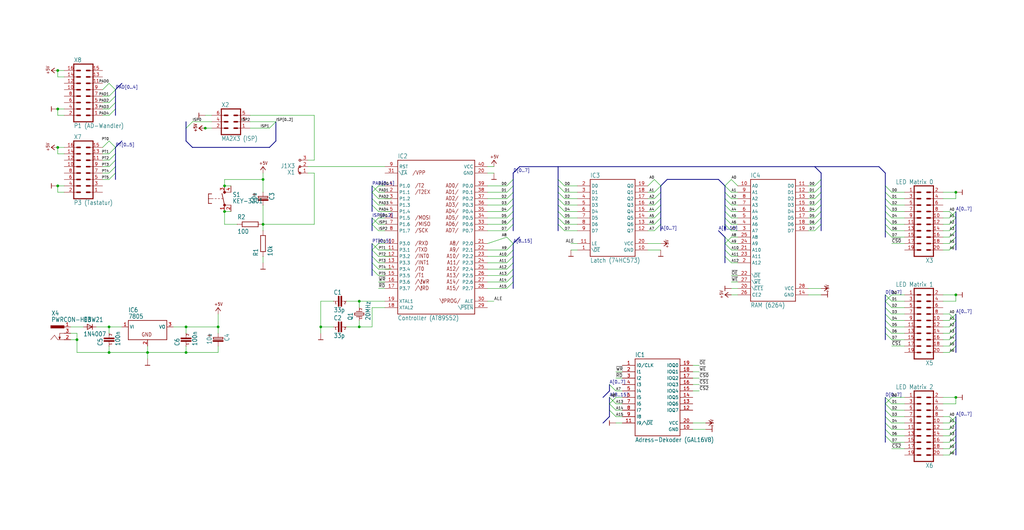
<source format=kicad_sch>
(kicad_sch (version 20211123) (generator eeschema)
  (paper "User" 405.46 210.007)
  (junction (at 43.18 139.7))
  (junction (at 73.66 129.54))
  (junction (at 81.28 50.8))
  (junction (at 142.24 119.38))
  (junction (at 22.86 43.18))
  (junction (at 22.86 58.42))
  (junction (at 30.48 134.62))
  (junction (at 378.46 116.84))
  (junction (at 142.24 129.54))
  (junction (at 378.46 76.2))
  (junction (at 22.86 73.66))
  (junction (at 88.9 83.82))
  (junction (at 86.36 129.54))
  (junction (at 43.18 129.54))
  (junction (at 58.42 139.7))
  (junction (at 104.14 71.12))
  (junction (at 378.46 157.48))
  (junction (at 104.14 88.9))
  (junction (at 22.86 27.94))
  (junction (at 127 129.54))
  (junction (at 73.66 139.7))
  (junction (at 88.9 73.66))
  (bus_entry (at 223.52 88.9) (size -2.54 -2.54))
  (bus_entry (at 259.08 91.44) (size 2.54 -2.54))
  (bus_entry (at 375.92 88.9) (size 2.54 -2.54))
  (bus_entry (at 223.52 78.74) (size -2.54 -2.54))
  (bus_entry (at 353.06 86.36) (size -2.54 -2.54))
  (bus_entry (at 353.06 78.74) (size -2.54 -2.54))
  (bus_entry (at 43.18 40.64) (size 2.54 -2.54))
  (bus_entry (at 243.84 162.56) (size -2.54 -2.54))
  (bus_entry (at 43.18 55.88) (size 2.54 2.54))
  (bus_entry (at 243.84 157.48) (size -2.54 2.54))
  (bus_entry (at 289.56 78.74) (size -2.54 -2.54))
  (bus_entry (at 259.08 86.36) (size 2.54 -2.54))
  (bus_entry (at 353.06 162.56) (size -2.54 -2.54))
  (bus_entry (at 353.06 116.84) (size -2.54 2.54))
  (bus_entry (at 200.66 114.3) (size 2.54 -2.54))
  (bus_entry (at 200.66 86.36) (size 2.54 -2.54))
  (bus_entry (at 243.84 165.1) (size -2.54 -2.54))
  (bus_entry (at 200.66 88.9) (size 2.54 -2.54))
  (bus_entry (at 375.92 99.06) (size 2.54 -2.54))
  (bus_entry (at 223.52 81.28) (size -2.54 -2.54))
  (bus_entry (at 200.66 81.28) (size 2.54 -2.54))
  (bus_entry (at 353.06 91.44) (size -2.54 -2.54))
  (bus_entry (at 259.08 78.74) (size 2.54 -2.54))
  (bus_entry (at 375.92 165.1) (size 2.54 2.54))
  (bus_entry (at 353.06 127) (size -2.54 -2.54))
  (bus_entry (at 375.92 124.46) (size 2.54 2.54))
  (bus_entry (at 76.2 48.26) (size -2.54 2.54))
  (bus_entry (at 223.52 76.2) (size -2.54 -2.54))
  (bus_entry (at 322.58 81.28) (size 2.54 -2.54))
  (bus_entry (at 43.18 43.18) (size 2.54 -2.54))
  (bus_entry (at 322.58 83.82) (size 2.54 -2.54))
  (bus_entry (at 223.52 91.44) (size -2.54 -2.54))
  (bus_entry (at 149.86 83.82) (size -2.54 -2.54))
  (bus_entry (at 259.08 71.12) (size 2.54 2.54))
  (bus_entry (at 322.58 88.9) (size 2.54 -2.54))
  (bus_entry (at 375.92 177.8) (size 2.54 -2.54))
  (bus_entry (at 289.56 86.36) (size -2.54 -2.54))
  (bus_entry (at 200.66 78.74) (size 2.54 -2.54))
  (bus_entry (at 149.86 81.28) (size -2.54 -2.54))
  (bus_entry (at 43.18 71.12) (size 2.54 -2.54))
  (bus_entry (at 322.58 73.66) (size 2.54 -2.54))
  (bus_entry (at 375.92 86.36) (size 2.54 -2.54))
  (bus_entry (at 149.86 99.06) (size -2.54 -2.54))
  (bus_entry (at 149.86 73.66) (size -2.54 2.54))
  (bus_entry (at 200.66 111.76) (size 2.54 -2.54))
  (bus_entry (at 43.18 68.58) (size 2.54 -2.54))
  (bus_entry (at 375.92 96.52) (size 2.54 -2.54))
  (bus_entry (at 200.66 73.66) (size 2.54 -2.54))
  (bus_entry (at 353.06 165.1) (size -2.54 -2.54))
  (bus_entry (at 200.66 83.82) (size 2.54 -2.54))
  (bus_entry (at 289.56 76.2) (size -2.54 -2.54))
  (bus_entry (at 149.86 109.22) (size -2.54 -2.54))
  (bus_entry (at 353.06 132.08) (size -2.54 -2.54))
  (bus_entry (at 259.08 88.9) (size 2.54 -2.54))
  (bus_entry (at 375.92 134.62) (size 2.54 -2.54))
  (bus_entry (at 200.66 101.6) (size 2.54 -2.54))
  (bus_entry (at 353.06 129.54) (size -2.54 -2.54))
  (bus_entry (at 322.58 91.44) (size 2.54 -2.54))
  (bus_entry (at 375.92 129.54) (size 2.54 -2.54))
  (bus_entry (at 353.06 160.02) (size -2.54 -2.54))
  (bus_entry (at 375.92 139.7) (size 2.54 -2.54))
  (bus_entry (at 43.18 45.72) (size 2.54 -2.54))
  (bus_entry (at 289.56 104.14) (size -2.54 -2.54))
  (bus_entry (at 353.06 157.48) (size -2.54 2.54))
  (bus_entry (at 353.06 76.2) (size -2.54 -2.54))
  (bus_entry (at 322.58 86.36) (size 2.54 -2.54))
  (bus_entry (at 223.52 86.36) (size -2.54 -2.54))
  (bus_entry (at 43.18 60.96) (size 2.54 -2.54))
  (bus_entry (at 353.06 167.64) (size -2.54 -2.54))
  (bus_entry (at 353.06 88.9) (size -2.54 -2.54))
  (bus_entry (at 149.86 76.2) (size -2.54 -2.54))
  (bus_entry (at 353.06 175.26) (size -2.54 -2.54))
  (bus_entry (at 289.56 81.28) (size -2.54 -2.54))
  (bus_entry (at 259.08 76.2) (size 2.54 -2.54))
  (bus_entry (at 353.06 170.18) (size -2.54 -2.54))
  (bus_entry (at 43.18 38.1) (size 2.54 -2.54))
  (bus_entry (at 149.86 86.36) (size -2.54 2.54))
  (bus_entry (at 353.06 124.46) (size -2.54 -2.54))
  (bus_entry (at 149.86 101.6) (size -2.54 -2.54))
  (bus_entry (at 200.66 93.98) (size 2.54 2.54))
  (bus_entry (at 375.92 83.82) (size 2.54 2.54))
  (bus_entry (at 289.56 93.98) (size -2.54 2.54))
  (bus_entry (at 259.08 83.82) (size 2.54 -2.54))
  (bus_entry (at 353.06 121.92) (size -2.54 -2.54))
  (bus_entry (at 375.92 91.44) (size 2.54 -2.54))
  (bus_entry (at 375.92 127) (size 2.54 -2.54))
  (bus_entry (at 200.66 106.68) (size 2.54 -2.54))
  (bus_entry (at 375.92 175.26) (size 2.54 -2.54))
  (bus_entry (at 289.56 96.52) (size -2.54 -2.54))
  (bus_entry (at 149.86 106.68) (size -2.54 -2.54))
  (bus_entry (at 353.06 83.82) (size -2.54 -2.54))
  (bus_entry (at 43.18 63.5) (size 2.54 -2.54))
  (bus_entry (at 106.68 50.8) (size 2.54 -2.54))
  (bus_entry (at 289.56 91.44) (size -2.54 -2.54))
  (bus_entry (at 353.06 81.28) (size -2.54 -2.54))
  (bus_entry (at 200.66 99.06) (size 2.54 -2.54))
  (bus_entry (at 200.66 91.44) (size 2.54 -2.54))
  (bus_entry (at 243.84 154.94) (size -2.54 -2.54))
  (bus_entry (at 375.92 172.72) (size 2.54 -2.54))
  (bus_entry (at 200.66 104.14) (size 2.54 -2.54))
  (bus_entry (at 375.92 137.16) (size 2.54 -2.54))
  (bus_entry (at 149.86 88.9) (size -2.54 -2.54))
  (bus_entry (at 43.18 66.04) (size 2.54 -2.54))
  (bus_entry (at 375.92 167.64) (size 2.54 -2.54))
  (bus_entry (at 322.58 76.2) (size 2.54 -2.54))
  (bus_entry (at 353.06 134.62) (size -2.54 -2.54))
  (bus_entry (at 375.92 93.98) (size 2.54 -2.54))
  (bus_entry (at 149.86 91.44) (size -2.54 -2.54))
  (bus_entry (at 259.08 81.28) (size 2.54 -2.54))
  (bus_entry (at 200.66 109.22) (size 2.54 -2.54))
  (bus_entry (at 375.92 170.18) (size 2.54 -2.54))
  (bus_entry (at 289.56 83.82) (size -2.54 -2.54))
  (bus_entry (at 43.18 33.02) (size 2.54 2.54))
  (bus_entry (at 353.06 93.98) (size -2.54 -2.54))
  (bus_entry (at 289.56 88.9) (size -2.54 -2.54))
  (bus_entry (at 375.92 132.08) (size 2.54 -2.54))
  (bus_entry (at 149.86 78.74) (size -2.54 -2.54))
  (bus_entry (at 322.58 78.74) (size 2.54 -2.54))
  (bus_entry (at 149.86 96.52) (size -2.54 2.54))
  (bus_entry (at 200.66 76.2) (size 2.54 -2.54))
  (bus_entry (at 223.52 83.82) (size -2.54 -2.54))
  (bus_entry (at 289.56 99.06) (size -2.54 -2.54))
  (bus_entry (at 149.86 104.14) (size -2.54 -2.54))
  (bus_entry (at 375.92 180.34) (size 2.54 -2.54))
  (bus_entry (at 289.56 71.12) (size -2.54 2.54))
  (bus_entry (at 289.56 101.6) (size -2.54 -2.54))
  (bus_entry (at 243.84 160.02) (size -2.54 -2.54))
  (bus_entry (at 223.52 73.66) (size -2.54 -2.54))
  (bus_entry (at 353.06 172.72) (size -2.54 -2.54))
  (bus_entry (at 353.06 119.38) (size -2.54 -2.54))
  (wire (pts (xy 358.14 177.8) (xy 353.06 177.8)))
  (wire (pts (xy 228.6 88.9) (xy 223.52 88.9)))
  (wire (pts (xy 154.94 78.74) (xy 149.86 78.74)))
  (wire (pts (xy 375.92 88.9) (xy 373.38 88.9)))
  (wire (pts (xy 256.54 73.66) (xy 259.08 71.12)))
  (bus (pts (xy 350.52 165.1) (xy 350.52 167.64)))
  (wire (pts (xy 127 129.54) (xy 127 132.08)))
  (wire (pts (xy 358.14 83.82) (xy 353.06 83.82)))
  (wire (pts (xy 292.1 83.82) (xy 289.56 83.82)))
  (wire (pts (xy 375.92 175.26) (xy 373.38 175.26)))
  (wire (pts (xy 124.46 68.58) (xy 121.92 68.58)))
  (bus (pts (xy 325.12 73.66) (xy 325.12 76.2)))
  (wire (pts (xy 193.04 81.28) (xy 200.66 81.28)))
  (wire (pts (xy 228.6 96.52) (xy 226.06 96.52)))
  (wire (pts (xy 358.14 93.98) (xy 353.06 93.98)))
  (wire (pts (xy 292.1 111.76) (xy 289.56 111.76)))
  (wire (pts (xy 373.38 116.84) (xy 378.46 116.84)))
  (wire (pts (xy 373.38 160.02) (xy 378.46 160.02)))
  (bus (pts (xy 350.52 68.58) (xy 350.52 73.66)))
  (bus (pts (xy 73.66 55.88) (xy 73.66 50.8)))
  (bus (pts (xy 147.32 76.2) (xy 147.32 73.66)))
  (wire (pts (xy 292.1 109.22) (xy 289.56 109.22)))
  (wire (pts (xy 193.04 101.6) (xy 200.66 101.6)))
  (bus (pts (xy 350.52 170.18) (xy 350.52 172.72)))
  (wire (pts (xy 30.48 134.62) (xy 30.48 139.7)))
  (wire (pts (xy 40.64 35.56) (xy 43.18 33.02)))
  (wire (pts (xy 292.1 73.66) (xy 289.56 71.12)))
  (wire (pts (xy 228.6 78.74) (xy 223.52 78.74)))
  (wire (pts (xy 152.4 96.52) (xy 149.86 96.52)))
  (bus (pts (xy 350.52 172.72) (xy 350.52 175.26)))
  (wire (pts (xy 193.04 76.2) (xy 200.66 76.2)))
  (wire (pts (xy 73.66 129.54) (xy 86.36 129.54)))
  (wire (pts (xy 261.62 99.06) (xy 256.54 99.06)))
  (wire (pts (xy 261.62 96.52) (xy 256.54 96.52)))
  (bus (pts (xy 203.2 111.76) (xy 203.2 114.3)))
  (bus (pts (xy 45.72 35.56) (xy 48.26 33.02)))
  (wire (pts (xy 104.14 71.12) (xy 104.14 68.58)))
  (wire (pts (xy 358.14 121.92) (xy 353.06 121.92)))
  (bus (pts (xy 350.52 124.46) (xy 350.52 127)))
  (bus (pts (xy 287.02 86.36) (xy 287.02 88.9)))
  (wire (pts (xy 246.38 154.94) (xy 243.84 154.94)))
  (wire (pts (xy 358.14 129.54) (xy 353.06 129.54)))
  (wire (pts (xy 30.48 134.62) (xy 27.94 134.62)))
  (bus (pts (xy 378.46 172.72) (xy 378.46 175.26)))
  (wire (pts (xy 358.14 160.02) (xy 353.06 160.02)))
  (wire (pts (xy 320.04 73.66) (xy 322.58 73.66)))
  (wire (pts (xy 132.08 129.54) (xy 127 129.54)))
  (wire (pts (xy 320.04 86.36) (xy 322.58 86.36)))
  (wire (pts (xy 99.06 50.8) (xy 106.68 50.8)))
  (bus (pts (xy 147.32 101.6) (xy 147.32 99.06)))
  (wire (pts (xy 104.14 76.2) (xy 104.14 71.12)))
  (wire (pts (xy 142.24 119.38) (xy 137.16 119.38)))
  (wire (pts (xy 256.54 91.44) (xy 259.08 91.44)))
  (wire (pts (xy 358.14 167.64) (xy 353.06 167.64)))
  (wire (pts (xy 152.4 121.92) (xy 147.32 121.92)))
  (wire (pts (xy 375.92 96.52) (xy 373.38 96.52)))
  (bus (pts (xy 220.98 66.04) (xy 322.58 66.04)))
  (wire (pts (xy 193.04 96.52) (xy 200.66 93.98)))
  (wire (pts (xy 358.14 88.9) (xy 353.06 88.9)))
  (bus (pts (xy 203.2 78.74) (xy 203.2 76.2)))
  (bus (pts (xy 325.12 83.82) (xy 325.12 86.36)))
  (wire (pts (xy 358.14 175.26) (xy 353.06 175.26)))
  (wire (pts (xy 228.6 76.2) (xy 223.52 76.2)))
  (bus (pts (xy 325.12 68.58) (xy 325.12 71.12)))
  (bus (pts (xy 147.32 83.82) (xy 147.32 81.28)))
  (wire (pts (xy 289.56 116.84) (xy 292.1 116.84)))
  (bus (pts (xy 350.52 78.74) (xy 350.52 81.28)))
  (wire (pts (xy 358.14 86.36) (xy 353.06 86.36)))
  (wire (pts (xy 152.4 76.2) (xy 149.86 76.2)))
  (bus (pts (xy 350.52 91.44) (xy 350.52 93.98)))
  (wire (pts (xy 375.92 139.7) (xy 373.38 139.7)))
  (bus (pts (xy 45.72 71.12) (xy 45.72 68.58)))
  (bus (pts (xy 220.98 76.2) (xy 220.98 78.74)))
  (wire (pts (xy 256.54 81.28) (xy 259.08 81.28)))
  (wire (pts (xy 88.9 83.82) (xy 88.9 88.9)))
  (wire (pts (xy 375.92 134.62) (xy 373.38 134.62)))
  (wire (pts (xy 38.1 129.54) (xy 43.18 129.54)))
  (wire (pts (xy 152.4 111.76) (xy 149.86 111.76)))
  (bus (pts (xy 350.52 160.02) (xy 350.52 162.56)))
  (wire (pts (xy 86.36 132.08) (xy 86.36 129.54)))
  (bus (pts (xy 350.52 86.36) (xy 350.52 88.9)))
  (wire (pts (xy 274.32 152.4) (xy 276.86 152.4)))
  (wire (pts (xy 292.1 99.06) (xy 289.56 99.06)))
  (wire (pts (xy 22.86 60.96) (xy 22.86 58.42)))
  (wire (pts (xy 40.64 66.04) (xy 43.18 66.04)))
  (bus (pts (xy 76.2 58.42) (xy 73.66 55.88)))
  (wire (pts (xy 152.4 73.66) (xy 149.86 73.66)))
  (wire (pts (xy 124.46 45.72) (xy 124.46 63.5)))
  (wire (pts (xy 40.64 68.58) (xy 43.18 68.58)))
  (wire (pts (xy 25.4 58.42) (xy 22.86 58.42)))
  (wire (pts (xy 30.48 132.08) (xy 30.48 134.62)))
  (wire (pts (xy 228.6 86.36) (xy 223.52 86.36)))
  (bus (pts (xy 350.52 116.84) (xy 350.52 119.38)))
  (bus (pts (xy 203.2 91.44) (xy 203.2 88.9)))
  (wire (pts (xy 193.04 114.3) (xy 200.66 114.3)))
  (wire (pts (xy 104.14 88.9) (xy 124.46 88.9)))
  (wire (pts (xy 246.38 147.32) (xy 243.84 147.32)))
  (bus (pts (xy 45.72 63.5) (xy 45.72 60.96)))
  (wire (pts (xy 86.36 129.54) (xy 86.36 124.46)))
  (bus (pts (xy 378.46 177.8) (xy 378.46 180.34)))
  (bus (pts (xy 347.98 66.04) (xy 350.52 68.58)))
  (bus (pts (xy 378.46 91.44) (xy 378.46 93.98)))
  (wire (pts (xy 193.04 78.74) (xy 200.66 78.74)))
  (bus (pts (xy 378.46 129.54) (xy 378.46 132.08)))
  (bus (pts (xy 45.72 43.18) (xy 45.72 45.72)))
  (wire (pts (xy 25.4 27.94) (xy 22.86 27.94)))
  (bus (pts (xy 220.98 83.82) (xy 220.98 86.36)))
  (wire (pts (xy 25.4 76.2) (xy 22.86 76.2)))
  (bus (pts (xy 378.46 134.62) (xy 378.46 137.16)))
  (wire (pts (xy 91.44 83.82) (xy 88.9 83.82)))
  (wire (pts (xy 193.04 109.22) (xy 200.66 109.22)))
  (wire (pts (xy 40.64 71.12) (xy 43.18 71.12)))
  (bus (pts (xy 106.68 58.42) (xy 76.2 58.42)))
  (wire (pts (xy 246.38 167.64) (xy 243.84 167.64)))
  (wire (pts (xy 25.4 30.48) (xy 22.86 30.48)))
  (wire (pts (xy 274.32 170.18) (xy 279.4 170.18)))
  (wire (pts (xy 274.32 167.64) (xy 279.4 167.64)))
  (bus (pts (xy 378.46 167.64) (xy 378.46 170.18)))
  (bus (pts (xy 203.2 76.2) (xy 203.2 73.66)))
  (wire (pts (xy 86.36 137.16) (xy 86.36 139.7)))
  (bus (pts (xy 147.32 104.14) (xy 147.32 101.6)))
  (wire (pts (xy 320.04 91.44) (xy 322.58 91.44)))
  (wire (pts (xy 358.14 124.46) (xy 353.06 124.46)))
  (bus (pts (xy 287.02 93.98) (xy 284.48 91.44)))
  (bus (pts (xy 241.3 154.94) (xy 238.76 157.48)))
  (wire (pts (xy 104.14 91.44) (xy 104.14 88.9)))
  (wire (pts (xy 358.14 165.1) (xy 353.06 165.1)))
  (bus (pts (xy 205.74 66.04) (xy 220.98 66.04)))
  (wire (pts (xy 358.14 162.56) (xy 353.06 162.56)))
  (bus (pts (xy 378.46 137.16) (xy 378.46 139.7)))
  (bus (pts (xy 350.52 83.82) (xy 350.52 86.36)))
  (wire (pts (xy 378.46 119.38) (xy 378.46 116.84)))
  (bus (pts (xy 350.52 132.08) (xy 350.52 134.62)))
  (wire (pts (xy 274.32 147.32) (xy 276.86 147.32)))
  (bus (pts (xy 325.12 71.12) (xy 325.12 73.66)))
  (wire (pts (xy 256.54 78.74) (xy 259.08 78.74)))
  (wire (pts (xy 243.84 157.48) (xy 246.38 157.48)))
  (wire (pts (xy 375.92 177.8) (xy 373.38 177.8)))
  (bus (pts (xy 45.72 38.1) (xy 45.72 40.64)))
  (wire (pts (xy 99.06 45.72) (xy 124.46 45.72)))
  (wire (pts (xy 358.14 119.38) (xy 353.06 119.38)))
  (wire (pts (xy 22.86 30.48) (xy 22.86 27.94)))
  (wire (pts (xy 378.46 78.74) (xy 378.46 76.2)))
  (bus (pts (xy 378.46 170.18) (xy 378.46 172.72)))
  (wire (pts (xy 292.1 81.28) (xy 289.56 81.28)))
  (wire (pts (xy 40.64 43.18) (xy 43.18 43.18)))
  (bus (pts (xy 264.16 71.12) (xy 284.48 71.12)))
  (bus (pts (xy 45.72 60.96) (xy 45.72 58.42)))
  (bus (pts (xy 220.98 81.28) (xy 220.98 83.82)))
  (wire (pts (xy 142.24 127) (xy 142.24 129.54)))
  (bus (pts (xy 261.62 86.36) (xy 261.62 83.82)))
  (bus (pts (xy 350.52 88.9) (xy 350.52 91.44)))
  (wire (pts (xy 292.1 104.14) (xy 289.56 104.14)))
  (bus (pts (xy 203.2 104.14) (xy 203.2 106.68)))
  (wire (pts (xy 375.92 167.64) (xy 373.38 167.64)))
  (wire (pts (xy 320.04 76.2) (xy 322.58 76.2)))
  (wire (pts (xy 30.48 139.7) (xy 43.18 139.7)))
  (wire (pts (xy 58.42 142.24) (xy 58.42 139.7)))
  (wire (pts (xy 40.64 45.72) (xy 43.18 45.72)))
  (wire (pts (xy 152.4 86.36) (xy 149.86 86.36)))
  (wire (pts (xy 256.54 83.82) (xy 259.08 83.82)))
  (bus (pts (xy 378.46 165.1) (xy 378.46 167.64)))
  (wire (pts (xy 358.14 172.72) (xy 353.06 172.72)))
  (wire (pts (xy 256.54 88.9) (xy 259.08 88.9)))
  (bus (pts (xy 261.62 91.44) (xy 261.62 88.9)))
  (wire (pts (xy 292.1 93.98) (xy 289.56 93.98)))
  (bus (pts (xy 261.62 88.9) (xy 261.62 86.36)))
  (wire (pts (xy 124.46 88.9) (xy 124.46 68.58)))
  (bus (pts (xy 45.72 40.64) (xy 45.72 43.18)))
  (wire (pts (xy 378.46 160.02) (xy 378.46 157.48)))
  (bus (pts (xy 287.02 73.66) (xy 287.02 76.2)))
  (bus (pts (xy 378.46 124.46) (xy 378.46 127)))
  (bus (pts (xy 261.62 73.66) (xy 264.16 71.12)))
  (bus (pts (xy 322.58 66.04) (xy 325.12 68.58)))
  (wire (pts (xy 246.38 160.02) (xy 243.84 160.02)))
  (wire (pts (xy 358.14 81.28) (xy 353.06 81.28)))
  (wire (pts (xy 99.06 48.26) (xy 109.22 48.26)))
  (wire (pts (xy 154.94 99.06) (xy 149.86 99.06)))
  (bus (pts (xy 325.12 76.2) (xy 325.12 78.74)))
  (wire (pts (xy 358.14 116.84) (xy 353.06 116.84)))
  (wire (pts (xy 375.92 86.36) (xy 373.38 86.36)))
  (bus (pts (xy 203.2 88.9) (xy 203.2 86.36)))
  (wire (pts (xy 152.4 81.28) (xy 149.86 81.28)))
  (bus (pts (xy 203.2 96.52) (xy 203.2 99.06)))
  (wire (pts (xy 246.38 162.56) (xy 243.84 162.56)))
  (wire (pts (xy 193.04 86.36) (xy 200.66 86.36)))
  (wire (pts (xy 358.14 78.74) (xy 353.06 78.74)))
  (wire (pts (xy 25.4 45.72) (xy 22.86 45.72)))
  (wire (pts (xy 292.1 101.6) (xy 289.56 101.6)))
  (wire (pts (xy 27.94 132.08) (xy 30.48 132.08)))
  (wire (pts (xy 147.32 121.92) (xy 147.32 129.54)))
  (bus (pts (xy 45.72 66.04) (xy 45.72 63.5)))
  (bus (pts (xy 147.32 81.28) (xy 147.32 78.74)))
  (wire (pts (xy 25.4 73.66) (xy 22.86 73.66)))
  (bus (pts (xy 284.48 71.12) (xy 287.02 73.66)))
  (wire (pts (xy 40.64 60.96) (xy 43.18 60.96)))
  (wire (pts (xy 152.4 114.3) (xy 149.86 114.3)))
  (bus (pts (xy 287.02 81.28) (xy 287.02 83.82)))
  (wire (pts (xy 91.44 73.66) (xy 88.9 73.66)))
  (bus (pts (xy 203.2 81.28) (xy 203.2 78.74)))
  (wire (pts (xy 375.92 137.16) (xy 373.38 137.16)))
  (wire (pts (xy 142.24 121.92) (xy 142.24 119.38)))
  (wire (pts (xy 292.1 96.52) (xy 289.56 96.52)))
  (wire (pts (xy 375.92 127) (xy 373.38 127)))
  (wire (pts (xy 22.86 45.72) (xy 22.86 43.18)))
  (bus (pts (xy 378.46 83.82) (xy 378.46 86.36)))
  (wire (pts (xy 40.64 38.1) (xy 43.18 38.1)))
  (wire (pts (xy 373.38 157.48) (xy 378.46 157.48)))
  (wire (pts (xy 373.38 78.74) (xy 378.46 78.74)))
  (bus (pts (xy 241.3 154.94) (xy 241.3 152.4)))
  (bus (pts (xy 203.2 73.66) (xy 203.2 71.12)))
  (wire (pts (xy 124.46 63.5) (xy 121.92 63.5)))
  (wire (pts (xy 320.04 83.82) (xy 322.58 83.82)))
  (wire (pts (xy 193.04 119.38) (xy 195.58 119.38)))
  (wire (pts (xy 152.4 119.38) (xy 142.24 119.38)))
  (wire (pts (xy 358.14 137.16) (xy 353.06 137.16)))
  (wire (pts (xy 25.4 60.96) (xy 22.86 60.96)))
  (bus (pts (xy 378.46 93.98) (xy 378.46 96.52)))
  (bus (pts (xy 350.52 119.38) (xy 350.52 121.92)))
  (bus (pts (xy 287.02 83.82) (xy 287.02 86.36)))
  (wire (pts (xy 373.38 119.38) (xy 378.46 119.38)))
  (bus (pts (xy 73.66 50.8) (xy 73.66 48.26)))
  (bus (pts (xy 147.32 106.68) (xy 147.32 104.14)))
  (wire (pts (xy 58.42 139.7) (xy 58.42 137.16)))
  (bus (pts (xy 378.46 175.26) (xy 378.46 177.8)))
  (wire (pts (xy 154.94 101.6) (xy 149.86 101.6)))
  (bus (pts (xy 203.2 86.36) (xy 203.2 83.82)))
  (wire (pts (xy 320.04 78.74) (xy 322.58 78.74)))
  (wire (pts (xy 375.92 129.54) (xy 373.38 129.54)))
  (wire (pts (xy 73.66 139.7) (xy 58.42 139.7)))
  (bus (pts (xy 203.2 68.58) (xy 205.74 66.04)))
  (wire (pts (xy 147.32 129.54) (xy 142.24 129.54)))
  (wire (pts (xy 246.38 165.1) (xy 243.84 165.1)))
  (wire (pts (xy 226.06 99.06) (xy 228.6 99.06)))
  (wire (pts (xy 73.66 132.08) (xy 73.66 129.54)))
  (wire (pts (xy 375.92 172.72) (xy 373.38 172.72)))
  (wire (pts (xy 88.9 71.12) (xy 104.14 71.12)))
  (wire (pts (xy 40.64 40.64) (xy 43.18 40.64)))
  (wire (pts (xy 375.92 91.44) (xy 373.38 91.44)))
  (bus (pts (xy 350.52 73.66) (xy 350.52 76.2)))
  (bus (pts (xy 322.58 66.04) (xy 347.98 66.04)))
  (bus (pts (xy 45.72 68.58) (xy 45.72 66.04)))
  (wire (pts (xy 43.18 132.08) (xy 43.18 129.54)))
  (wire (pts (xy 274.32 154.94) (xy 276.86 154.94)))
  (wire (pts (xy 73.66 137.16) (xy 73.66 139.7)))
  (bus (pts (xy 287.02 78.74) (xy 287.02 81.28)))
  (bus (pts (xy 350.52 167.64) (xy 350.52 170.18)))
  (bus (pts (xy 241.3 165.1) (xy 241.3 162.56)))
  (bus (pts (xy 287.02 96.52) (xy 287.02 93.98)))
  (wire (pts (xy 274.32 149.86) (xy 276.86 149.86)))
  (wire (pts (xy 358.14 170.18) (xy 353.06 170.18)))
  (wire (pts (xy 228.6 81.28) (xy 223.52 81.28)))
  (bus (pts (xy 220.98 86.36) (xy 220.98 88.9)))
  (wire (pts (xy 228.6 91.44) (xy 223.52 91.44)))
  (wire (pts (xy 358.14 96.52) (xy 353.06 96.52)))
  (wire (pts (xy 43.18 139.7) (xy 43.18 137.16)))
  (wire (pts (xy 358.14 132.08) (xy 353.06 132.08)))
  (bus (pts (xy 378.46 86.36) (xy 378.46 88.9)))
  (wire (pts (xy 289.56 114.3) (xy 292.1 114.3)))
  (wire (pts (xy 320.04 81.28) (xy 322.58 81.28)))
  (wire (pts (xy 193.04 91.44) (xy 200.66 91.44)))
  (bus (pts (xy 325.12 81.28) (xy 325.12 83.82)))
  (wire (pts (xy 325.12 114.3) (xy 320.04 114.3)))
  (wire (pts (xy 81.28 50.8) (xy 83.82 50.8)))
  (bus (pts (xy 203.2 109.22) (xy 203.2 111.76)))
  (bus (pts (xy 220.98 71.12) (xy 220.98 73.66)))
  (wire (pts (xy 228.6 73.66) (xy 223.52 73.66)))
  (bus (pts (xy 45.72 58.42) (xy 48.26 55.88)))
  (wire (pts (xy 228.6 83.82) (xy 223.52 83.82)))
  (wire (pts (xy 40.64 63.5) (xy 43.18 63.5)))
  (bus (pts (xy 241.3 160.02) (xy 241.3 157.48)))
  (wire (pts (xy 375.92 180.34) (xy 373.38 180.34)))
  (bus (pts (xy 350.52 162.56) (xy 350.52 165.1)))
  (wire (pts (xy 292.1 78.74) (xy 289.56 78.74)))
  (bus (pts (xy 350.52 76.2) (xy 350.52 78.74)))
  (wire (pts (xy 193.04 68.58) (xy 195.58 68.58)))
  (bus (pts (xy 109.22 55.88) (xy 106.68 58.42)))
  (wire (pts (xy 256.54 76.2) (xy 259.08 76.2)))
  (bus (pts (xy 378.46 96.52) (xy 378.46 99.06)))
  (bus (pts (xy 241.3 165.1) (xy 238.76 167.64)))
  (wire (pts (xy 86.36 139.7) (xy 73.66 139.7)))
  (bus (pts (xy 147.32 88.9) (xy 147.32 86.36)))
  (wire (pts (xy 193.04 104.14) (xy 200.66 104.14)))
  (wire (pts (xy 292.1 91.44) (xy 289.56 91.44)))
  (wire (pts (xy 193.04 66.04) (xy 195.58 66.04)))
  (wire (pts (xy 154.94 106.68) (xy 149.86 106.68)))
  (bus (pts (xy 287.02 76.2) (xy 287.02 78.74)))
  (bus (pts (xy 147.32 91.44) (xy 147.32 88.9)))
  (wire (pts (xy 193.04 111.76) (xy 200.66 111.76)))
  (bus (pts (xy 203.2 83.82) (xy 203.2 81.28)))
  (wire (pts (xy 358.14 76.2) (xy 353.06 76.2)))
  (bus (pts (xy 350.52 129.54) (xy 350.52 132.08)))
  (wire (pts (xy 27.94 129.54) (xy 33.02 129.54)))
  (wire (pts (xy 73.66 129.54) (xy 68.58 129.54)))
  (bus (pts (xy 325.12 86.36) (xy 325.12 88.9)))
  (wire (pts (xy 22.86 76.2) (xy 22.86 73.66)))
  (wire (pts (xy 104.14 88.9) (xy 104.14 81.28)))
  (wire (pts (xy 375.92 124.46) (xy 373.38 124.46)))
  (wire (pts (xy 40.64 58.42) (xy 43.18 55.88)))
  (bus (pts (xy 45.72 35.56) (xy 45.72 38.1)))
  (bus (pts (xy 203.2 71.12) (xy 203.2 68.58)))
  (wire (pts (xy 292.1 88.9) (xy 289.56 88.9)))
  (wire (pts (xy 152.4 104.14) (xy 149.86 104.14)))
  (wire (pts (xy 152.4 88.9) (xy 149.86 88.9)))
  (wire (pts (xy 25.4 43.18) (xy 22.86 43.18)))
  (bus (pts (xy 325.12 78.74) (xy 325.12 81.28)))
  (wire (pts (xy 154.94 83.82) (xy 149.86 83.82)))
  (bus (pts (xy 378.46 127) (xy 378.46 129.54)))
  (wire (pts (xy 193.04 83.82) (xy 200.66 83.82)))
  (wire (pts (xy 375.92 165.1) (xy 373.38 165.1)))
  (bus (pts (xy 350.52 121.92) (xy 350.52 124.46)))
  (wire (pts (xy 83.82 48.26) (xy 76.2 48.26)))
  (wire (pts (xy 193.04 88.9) (xy 200.66 88.9)))
  (wire (pts (xy 292.1 76.2) (xy 289.56 76.2)))
  (wire (pts (xy 246.38 149.86) (xy 243.84 149.86)))
  (wire (pts (xy 292.1 86.36) (xy 289.56 86.36)))
  (bus (pts (xy 261.62 81.28) (xy 261.62 78.74)))
  (wire (pts (xy 132.08 119.38) (xy 127 119.38)))
  (wire (pts (xy 375.92 99.06) (xy 373.38 99.06)))
  (bus (pts (xy 325.12 88.9) (xy 325.12 91.44)))
  (bus (pts (xy 203.2 99.06) (xy 203.2 101.6)))
  (wire (pts (xy 375.92 170.18) (xy 373.38 170.18)))
  (bus (pts (xy 203.2 96.52) (xy 205.74 93.98)))
  (bus (pts (xy 241.3 162.56) (xy 241.3 160.02)))
  (wire (pts (xy 104.14 104.14) (xy 104.14 101.6)))
  (bus (pts (xy 261.62 83.82) (xy 261.62 81.28)))
  (bus (pts (xy 287.02 101.6) (xy 287.02 99.06)))
  (wire (pts (xy 358.14 134.62) (xy 353.06 134.62)))
  (wire (pts (xy 43.18 129.54) (xy 48.26 129.54)))
  (wire (pts (xy 373.38 76.2) (xy 378.46 76.2)))
  (bus (pts (xy 261.62 78.74) (xy 261.62 76.2)))
  (bus (pts (xy 203.2 101.6) (xy 203.2 104.14)))
  (bus (pts (xy 109.22 48.26) (xy 109.22 55.88)))
  (wire (pts (xy 127 119.38) (xy 127 129.54)))
  (bus (pts (xy 378.46 88.9) (xy 378.46 91.44)))
  (bus (pts (xy 350.52 81.28) (xy 350.52 83.82)))
  (wire (pts (xy 358.14 127) (xy 353.06 127)))
  (bus (pts (xy 220.98 66.04) (xy 220.98 71.12)))
  (wire (pts (xy 274.32 144.78) (xy 276.86 144.78)))
  (bus (pts (xy 261.62 76.2) (xy 261.62 73.66)))
  (wire (pts (xy 152.4 109.22) (xy 149.86 109.22)))
  (wire (pts (xy 88.9 88.9) (xy 93.98 88.9)))
  (bus (pts (xy 350.52 127) (xy 350.52 129.54)))
  (wire (pts (xy 81.28 45.72) (xy 83.82 45.72)))
  (wire (pts (xy 325.12 116.84) (xy 320.04 116.84)))
  (bus (pts (xy 147.32 99.06) (xy 147.32 96.52)))
  (wire (pts (xy 193.04 73.66) (xy 200.66 73.66)))
  (bus (pts (xy 350.52 157.48) (xy 350.52 160.02)))
  (wire (pts (xy 193.04 99.06) (xy 200.66 99.06)))
  (bus (pts (xy 220.98 73.66) (xy 220.98 76.2)))
  (bus (pts (xy 287.02 99.06) (xy 287.02 96.52)))
  (bus (pts (xy 203.2 106.68) (xy 203.2 109.22)))
  (wire (pts (xy 142.24 129.54) (xy 137.16 129.54)))
  (bus (pts (xy 287.02 104.14) (xy 287.02 101.6)))
  (wire (pts (xy 320.04 88.9) (xy 322.58 88.9)))
  (wire (pts (xy 193.04 106.68) (xy 200.66 106.68)))
  (wire (pts (xy 152.4 91.44) (xy 149.86 91.44)))
  (wire (pts (xy 358.14 91.44) (xy 353.06 91.44)))
  (wire (pts (xy 358.14 157.48) (xy 353.06 157.48)))
  (wire (pts (xy 43.18 139.7) (xy 58.42 139.7)))
  (bus (pts (xy 147.32 109.22) (xy 147.32 106.68)))
  (bus (pts (xy 147.32 78.74) (xy 147.32 76.2)))
  (wire (pts (xy 375.92 83.82) (xy 373.38 83.82)))
  (bus (pts (xy 220.98 78.74) (xy 220.98 81.28)))
  (bus (pts (xy 220.98 88.9) (xy 220.98 91.44)))
  (wire (pts (xy 375.92 132.08) (xy 373.38 132.08)))
  (wire (pts (xy 152.4 66.04) (xy 121.92 66.04)))
  (wire (pts (xy 256.54 86.36) (xy 259.08 86.36)))
  (wire (pts (xy 375.92 93.98) (xy 373.38 93.98)))
  (bus (pts (xy 287.02 88.9) (xy 287.02 91.44)))
  (bus (pts (xy 378.46 132.08) (xy 378.46 134.62)))
  (wire (pts (xy 88.9 73.66) (xy 88.9 71.12)))
  (label "PAD2" (at 149.86 78.74 0) (effects (font (size 1.016 1.016))))
  (label "D[0..7]" (at 350.52 157.48 0) (effects (font (size 1.2446 1.2446))))
  (label "A0" (at 259.08 71.12 180) (effects (font (size 1.016 1.016))))
  (label "D0" (at 353.06 76.2 0) (effects (font (size 1.016 1.016))))
  (label "~{OE}" (at 289.56 109.22 0) (effects (font (size 1.2446 1.2446))))
  (label "A4" (at 289.56 83.82 0) (effects (font (size 1.016 1.016))))
  (label "D7" (at 223.52 91.44 0) (effects (font (size 1.016 1.016))))
  (label "A1" (at 259.08 76.2 180) (effects (font (size 1.016 1.016))))
  (label "A1" (at 375.92 127 0) (effects (font (size 1.016 1.016))))
  (label "A7" (at 243.84 154.94 0) (effects (font (size 1.016 1.016))))
  (label "D1" (at 322.58 76.2 180) (effects (font (size 1.016 1.016))))
  (label "PT3" (at 149.86 104.14 0) (effects (font (size 1.016 1.016))))
  (label "~{WR}" (at 243.84 147.32 0) (effects (font (size 1.2446 1.2446))))
  (label "D6" (at 223.52 88.9 0) (effects (font (size 1.016 1.016))))
  (label "D4" (at 200.66 83.82 180) (effects (font (size 1.016 1.016))))
  (label "PAD0" (at 43.18 33.02 180) (effects (font (size 1.016 1.016))))
  (label "A2" (at 375.92 170.18 0) (effects (font (size 1.016 1.016))))
  (label "ALE" (at 227.33 96.52 180) (effects (font (size 1.2446 1.2446))))
  (label "PT1" (at 149.86 99.06 0) (effects (font (size 1.016 1.016))))
  (label "ISP[0..2]" (at 147.32 86.36 0) (effects (font (size 1.2446 1.2446))))
  (label "D7" (at 322.58 91.44 180) (effects (font (size 1.016 1.016))))
  (label "D2" (at 200.66 78.74 180) (effects (font (size 1.016 1.016))))
  (label "D5" (at 223.52 86.36 0) (effects (font (size 1.016 1.016))))
  (label "~{CS0}" (at 276.86 149.86 0) (effects (font (size 1.2446 1.2446))))
  (label "PAD3" (at 43.18 43.18 180) (effects (font (size 1.016 1.016))))
  (label "A[0..7]" (at 378.46 165.1 0) (effects (font (size 1.2446 1.2446))))
  (label "ISP1" (at 106.68 50.8 180) (effects (font (size 1.016 1.016))))
  (label "PT3" (at 43.18 66.04 180) (effects (font (size 1.016 1.016))))
  (label "A[0..7]" (at 378.46 124.46 0) (effects (font (size 1.2446 1.2446))))
  (label "~{CS2}" (at 353.06 177.8 0) (effects (font (size 1.2446 1.2446))))
  (label "A2" (at 259.08 78.74 180) (effects (font (size 1.016 1.016))))
  (label "A4" (at 375.92 134.62 0) (effects (font (size 1.016 1.016))))
  (label "ISP0" (at 149.86 86.36 0) (effects (font (size 1.016 1.016))))
  (label "A0" (at 375.92 124.46 0) (effects (font (size 1.016 1.016))))
  (label "PT5" (at 43.18 71.12 180) (effects (font (size 1.016 1.016))))
  (label "D0" (at 200.66 73.66 180) (effects (font (size 1.016 1.016))))
  (label "PAD4" (at 43.18 45.72 180) (effects (font (size 1.016 1.016))))
  (label "A6" (at 375.92 139.7 0) (effects (font (size 1.016 1.016))))
  (label "D2" (at 322.58 78.74 180) (effects (font (size 1.016 1.016))))
  (label "D3" (at 353.06 124.46 0) (effects (font (size 1.016 1.016))))
  (label "A[8..15]" (at 241.3 157.48 0) (effects (font (size 1.2446 1.2446))))
  (label "D2" (at 223.52 78.74 0) (effects (font (size 1.016 1.016))))
  (label "A6" (at 375.92 180.34 0) (effects (font (size 1.016 1.016))))
  (label "A5" (at 375.92 177.8 0) (effects (font (size 1.016 1.016))))
  (label "PAD0" (at 149.86 73.66 0) (effects (font (size 1.016 1.016))))
  (label "A5" (at 375.92 96.52 0) (effects (font (size 1.016 1.016))))
  (label "A8" (at 289.56 93.98 0) (effects (font (size 1.016 1.016))))
  (label "~{WE}" (at 276.86 147.32 0) (effects (font (size 1.2446 1.2446))))
  (label "ALE" (at 195.58 119.38 0) (effects (font (size 1.2446 1.2446))))
  (label "~{RD}" (at 149.86 114.3 0) (effects (font (size 1.2446 1.2446))))
  (label "~{RD}" (at 243.84 149.86 0) (effects (font (size 1.2446 1.2446))))
  (label "A[0..7]" (at 378.46 83.82 0) (effects (font (size 1.2446 1.2446))))
  (label "D[0..7]" (at 203.2 68.58 0) (effects (font (size 1.2446 1.2446))))
  (label "D3" (at 200.66 81.28 180) (effects (font (size 1.016 1.016))))
  (label "PT4" (at 149.86 106.68 0) (effects (font (size 1.016 1.016))))
  (label "A3" (at 375.92 132.08 0) (effects (font (size 1.016 1.016))))
  (label "A15" (at 243.84 165.1 0) (effects (font (size 1.016 1.016))))
  (label "PT0" (at 43.18 55.88 180) (effects (font (size 1.016 1.016))))
  (label "A5" (at 259.08 86.36 180) (effects (font (size 1.016 1.016))))
  (label "A6" (at 289.56 88.9 0) (effects (font (size 1.016 1.016))))
  (label "D5" (at 353.06 88.9 0) (effects (font (size 1.016 1.016))))
  (label "A7" (at 259.08 91.44 180) (effects (font (size 1.016 1.016))))
  (label "PAD[0..4]" (at 45.72 35.56 0) (effects (font (size 1.2446 1.2446))))
  (label "A13" (at 200.66 109.22 180) (effects (font (size 1.016 1.016))))
  (label "A6" (at 375.92 99.06 0) (effects (font (size 1.016 1.016))))
  (label "D6" (at 353.06 91.44 0) (effects (font (size 1.016 1.016))))
  (label "~{CS0}" (at 353.06 96.52 0) (effects (font (size 1.2446 1.2446))))
  (label "ISP1" (at 149.86 88.9 0) (effects (font (size 1.016 1.016))))
  (label "D4" (at 353.06 167.64 0) (effects (font (size 1.016 1.016))))
  (label "D0" (at 353.06 157.48 0) (effects (font (size 1.016 1.016))))
  (label "D[0..7]" (at 350.52 116.84 0) (effects (font (size 1.2446 1.2446))))
  (label "PT0" (at 149.86 96.52 0) (effects (font (size 1.016 1.016))))
  (label "D2" (at 353.06 81.28 0) (effects (font (size 1.016 1.016))))
  (label "A10" (at 289.56 99.06 0) (effects (font (size 1.016 1.016))))
  (label "A7" (at 289.56 91.44 0) (effects (font (size 1.016 1.016))))
  (label "A14" (at 200.66 111.76 180) (effects (font (size 1.016 1.016))))
  (label "D6" (at 200.66 88.9 180) (effects (font (size 1.016 1.016))))
  (label "A4" (at 375.92 175.26 0) (effects (font (size 1.016 1.016))))
  (label "A11" (at 200.66 104.14 180) (effects (font (size 1.016 1.016))))
  (label "D7" (at 353.06 175.26 0) (effects (font (size 1.016 1.016))))
  (label "A8" (at 243.84 157.48 180) (effects (font (size 1.016 1.016))))
  (label "A[8..15]" (at 284.48 91.44 0) (effects (font (size 1.2446 1.2446))))
  (label "A3" (at 289.56 81.28 0) (effects (font (size 1.016 1.016))))
  (label "PAD4" (at 149.86 83.82 0) (effects (font (size 1.016 1.016))))
  (label "D4" (at 223.52 83.82 0) (effects (font (size 1.016 1.016))))
  (label "D1" (at 353.06 160.02 0) (effects (font (size 1.016 1.016))))
  (label "D5" (at 322.58 86.36 180) (effects (font (size 1.016 1.016))))
  (label "A10" (at 200.66 101.6 180) (effects (font (size 1.016 1.016))))
  (label "D6" (at 353.06 132.08 0) (effects (font (size 1.016 1.016))))
  (label "PT1" (at 43.18 60.96 180) (effects (font (size 1.016 1.016))))
  (label "D6" (at 353.06 172.72 0) (effects (font (size 1.016 1.016))))
  (label "~{CS1}" (at 276.86 152.4 0) (effects (font (size 1.2446 1.2446))))
  (label "D0" (at 223.52 73.66 0) (effects (font (size 1.016 1.016))))
  (label "D7" (at 353.06 134.62 0) (effects (font (size 1.016 1.016))))
  (label "A12" (at 200.66 106.68 180) (effects (font (size 1.016 1.016))))
  (label "A11" (at 289.56 101.6 0) (effects (font (size 1.016 1.016))))
  (label "D4" (at 322.58 83.82 180) (effects (font (size 1.016 1.016))))
  (label "A13" (at 243.84 160.02 0) (effects (font (size 1.016 1.016))))
  (label "PAD3" (at 149.86 81.28 0) (effects (font (size 1.016 1.016))))
  (label "A5" (at 289.56 86.36 0) (effects (font (size 1.016 1.016))))
  (label "PT2" (at 149.86 101.6 0) (effects (font (size 1.016 1.016))))
  (label "D7" (at 353.06 93.98 0) (effects (font (size 1.016 1.016))))
  (label "A6" (at 259.08 88.9 180) (effects (font (size 1.016 1.016))))
  (label "PT5" (at 149.86 109.22 0) (effects (font (size 1.016 1.016))))
  (label "D2" (at 353.06 121.92 0) (effects (font (size 1.016 1.016))))
  (label "PAD1" (at 43.18 38.1 180) (effects (font (size 1.016 1.016))))
  (label "A0" (at 375.92 83.82 0) (effects (font (size 1.016 1.016))))
  (label "D5" (at 200.66 86.36 180) (effects (font (size 1.016 1.016))))
  (label "~{WR}" (at 149.86 111.76 0) (effects (font (size 1.2446 1.2446))))
  (label "A2" (at 375.92 88.9 0) (effects (font (size 1.016 1.016))))
  (label "A1" (at 375.92 86.36 0) (effects (font (size 1.016 1.016))))
  (label "D3" (at 223.52 81.28 0) (effects (font (size 1.016 1.016))))
  (label "A9" (at 200.66 99.06 180) (effects (font (size 1.016 1.016))))
  (label "PT[0..5]" (at 147.32 96.52 0) (effects (font (size 1.2446 1.2446))))
  (label "A0" (at 375.92 165.1 0) (effects (font (size 1.016 1.016))))
  (label "D4" (at 353.06 86.36 0) (effects (font (size 1.016 1.016))))
  (label "A0" (at 289.56 71.12 0) (effects (font (size 1.016 1.016))))
  (label "D2" (at 353.06 162.56 0) (effects (font (size 1.016 1.016))))
  (label "D0" (at 322.58 73.66 180) (effects (font (size 1.016 1.016))))
  (label "D5" (at 353.06 129.54 0) (effects (font (size 1.016 1.016))))
  (label "A9" (at 289.56 96.52 0) (effects (font (size 1.016 1.016))))
  (label "PT4" (at 43.18 68.58 180) (effects (font (size 1.016 1.016))))
  (label "D4" (at 353.06 127 0) (effects (font (size 1.016 1.016))))
  (label "ISP2" (at 99.06 48.26 180) (effects (font (size 1.016 1.016))))
  (label "ISP2" (at 149.86 91.44 0) (effects (font (size 1.016 1.016))))
  (label "D3" (at 353.06 83.82 0) (effects (font (size 1.016 1.016))))
  (label "D1" (at 223.52 76.2 0) (effects (font (size 1.016 1.016))))
  (label "~{CS1}" (at 353.06 137.16 0) (effects (font (size 1.2446 1.2446))))
  (label "D1" (at 353.06 78.74 0) (effects (font (size 1.016 1.016))))
  (label "PT[0..5]" (at 45.72 58.42 0) (effects (font (size 1.2446 1.2446))))
  (label "D1" (at 200.66 76.2 180) (effects (font (size 1.016 1.016))))
  (label "A12" (at 289.56 104.14 0) (effects (font (size 1.016 1.016))))
  (label "D1" (at 353.06 119.38 0) (effects (font (size 1.016 1.016))))
  (label "A3" (at 375.92 172.72 0) (effects (font (size 1.016 1.016))))
  (label "A14" (at 243.84 162.56 0) (effects (font (size 1.016 1.016))))
  (label "D0" (at 353.06 116.84 0) (effects (font (size 1.016 1.016))))
  (label "A[8..15]" (at 203.2 96.52 0) (effects (font (size 1.2446 1.2446))))
  (label "D3" (at 322.58 81.28 180) (effects (font (size 1.016 1.016))))
  (label "A1" (at 375.92 167.64 0) (effects (font (size 1.016 1.016))))
  (label "A2" (at 289.56 78.74 0) (effects (font (size 1.016 1.016))))
  (label "D3" (at 353.06 165.1 0) (effects (font (size 1.016 1.016))))
  (label "D7" (at 200.66 91.44 180) (effects (font (size 1.016 1.016))))
  (label "D6" (at 322.58 88.9 180) (effects (font (size 1.016 1.016))))
  (label "A4" (at 259.08 83.82 180) (effects (font (size 1.016 1.016))))
  (label "A8" (at 200.66 93.98 180) (effects (font (size 1.016 1.016))))
  (label "A4" (at 375.92 93.98 0) (effects (font (size 1.016 1.016))))
  (label "PT2" (at 43.18 63.5 180) (effects (font (size 1.016 1.016))))
  (label "A3" (at 375.92 91.44 0) (effects (font (size 1.016 1.016))))
  (label "PAD2" (at 43.18 40.64 180) (effects (font (size 1.016 1.016))))
  (label "D5" (at 353.06 170.18 0) (effects (font (size 1.016 1.016))))
  (label "A5" (at 375.92 137.16 0) (effects (font (size 1.016 1.016))))
  (label "A1" (at 289.56 76.2 0) (effects (font (size 1.016 1.016))))
  (label "ISP0" (at 76.2 48.26 0) (effects (font (size 1.016 1.016))))
  (label "PAD[0..4]" (at 147.32 73.66 0) (effects (font (size 1.2446 1.2446))))
  (label "~{CS2}" (at 276.86 154.94 0) (effects (font (size 1.2446 1.2446))))
  (label "~{OE}" (at 276.86 144.78 0) (effects (font (size 1.2446 1.2446))))
  (label "A2" (at 375.92 129.54 0) (effects (font (size 1.016 1.016))))
  (label "~{WE}" (at 289.56 111.76 0) (effects (font (size 1.2446 1.2446))))
  (label "PAD1" (at 149.86 76.2 0) (effects (font (size 1.016 1.016))))
  (label "A3" (at 259.08 81.28 180) (effects (font (size 1.016 1.016))))
  (label "A15" (at 200.66 114.3 180) (effects (font (size 1.016 1.016))))
  (label "A[0..7]" (at 241.3 152.4 0) (effects (font (size 1.2446 1.2446))))
  (label "ISP[0..2]" (at 109.22 48.26 0) (effects (font (size 1.016 1.016))))
  (label "A[0..7]" (at 261.62 91.44 0) (effects (font (size 1.2446 1.2446))))
  (symbol (lib_id "Schaltplan-eagle-import:C-2,5") (at 73.66 134.62 90) (unit 1)
    (property "Reference" "C6" (at 71.12 137.16 0) (effects (font (size 1.778 1.5113)) (justify left bottom)))
    (property "Value" "100n" (at 78.105 137.16 0) (effects (font (size 1.778 1.5113)) (justify left bottom)))
    (property "Footprint" "Schaltplan:C-2,5" (effects hide))
  )
  (symbol (lib_id "Schaltplan-eagle-import:+5V") (at 104.14 68.58 0) (unit 1)
    (property "Reference" "#U$6" (effects hide))
    (property "Value" "+5V" (effects hide))
    (property "Footprint" "Schaltplan:" (effects hide))
  )
  (symbol (lib_id "Schaltplan-eagle-import:GND") (at 226.06 99.06 0) (unit 1)
    (property "Reference" "#U$8" (effects hide))
    (property "Value" "GND" (effects hide))
    (property "Footprint" "Schaltplan:" (effects hide))
  )
  (symbol (lib_id "Schaltplan-eagle-import:+5V") (at 81.28 50.8 90) (unit 1)
    (property "Reference" "#U$21" (effects hide))
    (property "Value" "+5V" (effects hide))
    (property "Footprint" "Schaltplan:" (effects hide))
  )
  (symbol (lib_id "Schaltplan-eagle-import:+5V") (at 279.4 167.64 270) (unit 1)
    (property "Reference" "#U$18" (effects hide))
    (property "Value" "+5V" (effects hide))
    (property "Footprint" "Schaltplan:" (effects hide))
  )
  (symbol (lib_id "Schaltplan-eagle-import:1N4007-10") (at 35.56 129.54 0) (unit 1)
    (property "Reference" "D3" (at 33.02 127.635 0) (effects (font (size 1.778 1.5113)) (justify left bottom)))
    (property "Value" "1N4007" (at 33.02 133.35 0) (effects (font (size 1.778 1.5113)) (justify left bottom)))
    (property "Footprint" "Schaltplan:DO41-10" (effects hide))
  )
  (symbol (lib_id "Schaltplan-eagle-import:GND") (at 378.46 116.84 90) (unit 1)
    (property "Reference" "#U$14" (effects hide))
    (property "Value" "GND" (effects hide))
    (property "Footprint" "Schaltplan:" (effects hide))
  )
  (symbol (lib_id "Schaltplan-eagle-import:GND") (at 104.14 104.14 0) (unit 1)
    (property "Reference" "#U$7" (effects hide))
    (property "Value" "GND" (effects hide))
    (property "Footprint" "Schaltplan:" (effects hide))
  )
  (symbol (lib_id "Schaltplan-eagle-import:GND") (at 325.12 116.84 90) (unit 1)
    (property "Reference" "#U$11" (effects hide))
    (property "Value" "GND" (effects hide))
    (property "Footprint" "Schaltplan:" (effects hide))
  )
  (symbol (lib_id "Schaltplan-eagle-import:+5V") (at 289.56 116.84 90) (unit 1)
    (property "Reference" "#U$17" (effects hide))
    (property "Value" "+5V" (effects hide))
    (property "Footprint" "Schaltplan:" (effects hide))
  )
  (symbol (lib_id "Schaltplan-eagle-import:R-10") (at 99.06 88.9 0) (unit 1)
    (property "Reference" "R2" (at 93.98 86.995 0) (effects (font (size 1.778 1.5113)) (justify left bottom)))
    (property "Value" "100" (at 93.98 92.71 0) (effects (font (size 1.778 1.5113)) (justify left bottom)))
    (property "Footprint" "Schaltplan:R-10" (effects hide))
  )
  (symbol (lib_id "Schaltplan-eagle-import:GND") (at 195.58 68.58 0) (unit 1)
    (property "Reference" "#U$27" (effects hide))
    (property "Value" "GND" (effects hide))
    (property "Footprint" "Schaltplan:" (effects hide))
  )
  (symbol (lib_id "Schaltplan-eagle-import:+5V") (at 81.28 50.8 90) (unit 1)
    (property "Reference" "#U$5" (effects hide))
    (property "Value" "+5V" (effects hide))
    (property "Footprint" "Schaltplan:" (effects hide))
  )
  (symbol (lib_id "Schaltplan-eagle-import:74573") (at 241.3 86.36 0) (unit 1)
    (property "Reference" "IC3" (at 233.68 70.485 0) (effects (font (size 1.778 1.5113)) (justify left bottom)))
    (property "Value" "Latch (74HC573)" (at 233.68 104.14 0) (effects (font (size 1.778 1.5113)) (justify left bottom)))
    (property "Footprint" "Schaltplan:DIL20" (effects hide))
  )
  (symbol (lib_id "Schaltplan-eagle-import:MA10X2") (at 365.76 127 180) (unit 1)
    (property "Reference" "X5" (at 369.57 142.875 0) (effects (font (size 1.778 1.5113)) (justify left bottom)))
    (property "Value" "LED Matrix 1" (at 369.57 111.76 0) (effects (font (size 1.778 1.5113)) (justify left bottom)))
    (property "Footprint" "Schaltplan:MA10X2" (effects hide))
  )
  (symbol (lib_id "Schaltplan-eagle-import:+5V") (at 261.62 96.52 270) (unit 1)
    (property "Reference" "#U$10" (effects hide))
    (property "Value" "+5V" (effects hide))
    (property "Footprint" "Schaltplan:" (effects hide))
  )
  (symbol (lib_id "Schaltplan-eagle-import:GND") (at 127 132.08 0) (unit 1)
    (property "Reference" "#U$1" (effects hide))
    (property "Value" "GND" (effects hide))
    (property "Footprint" "Schaltplan:" (effects hide))
  )
  (symbol (lib_id "Schaltplan-eagle-import:GND") (at 378.46 157.48 90) (unit 1)
    (property "Reference" "#U$15" (effects hide))
    (property "Value" "GND" (effects hide))
    (property "Footprint" "Schaltplan:" (effects hide))
  )
  (symbol (lib_id "Schaltplan-eagle-import:GND") (at 378.46 76.2 90) (unit 1)
    (property "Reference" "#U$13" (effects hide))
    (property "Value" "GND" (effects hide))
    (property "Footprint" "Schaltplan:" (effects hide))
  )
  (symbol (lib_id "Schaltplan-eagle-import:GND") (at 279.4 170.18 90) (unit 1)
    (property "Reference" "#U$19" (effects hide))
    (property "Value" "GND" (effects hide))
    (property "Footprint" "Schaltplan:" (effects hide))
  )
  (symbol (lib_id "Schaltplan-eagle-import:C-2,5") (at 134.62 129.54 0) (unit 1)
    (property "Reference" "C2" (at 132.08 127 0) (effects (font (size 1.778 1.5113)) (justify left bottom)))
    (property "Value" "33p" (at 132.08 133.985 0) (effects (font (size 1.778 1.5113)) (justify left bottom)))
    (property "Footprint" "Schaltplan:C-2,5" (effects hide))
  )
  (symbol (lib_id "Schaltplan-eagle-import:MA10X2") (at 365.76 167.64 180) (unit 1)
    (property "Reference" "X6" (at 369.57 183.515 0) (effects (font (size 1.778 1.5113)) (justify left bottom)))
    (property "Value" "LED Matrix 2" (at 369.57 152.4 0) (effects (font (size 1.778 1.5113)) (justify left bottom)))
    (property "Footprint" "Schaltplan:MA10X2" (effects hide))
  )
  (symbol (lib_id "Schaltplan-eagle-import:GND") (at 81.28 45.72 270) (unit 1)
    (property "Reference" "#U$2" (effects hide))
    (property "Value" "GND" (effects hide))
    (property "Footprint" "Schaltplan:" (effects hide))
  )
  (symbol (lib_id "Schaltplan-eagle-import:PWRCON-HEBW21") (at 25.4 132.08 0) (unit 1)
    (property "Reference" "X4" (at 20.32 125.095 0) (effects (font (size 1.778 1.5113)) (justify left bottom)))
    (property "Value" "PWRCON-HEBW21" (at 20.32 127.635 0) (effects (font (size 1.778 1.5113)) (justify left bottom)))
    (property "Footprint" "Schaltplan:HEBW21" (effects hide))
  )
  (symbol (lib_id "Schaltplan-eagle-import:+5V") (at 325.12 114.3 270) (unit 1)
    (property "Reference" "#U$12" (effects hide))
    (property "Value" "+5V" (effects hide))
    (property "Footprint" "Schaltplan:" (effects hide))
  )
  (symbol (lib_id "Schaltplan-eagle-import:+5V") (at 22.86 27.94 90) (unit 1)
    (property "Reference" "#U$23" (effects hide))
    (property "Value" "+5V" (effects hide))
    (property "Footprint" "Schaltplan:" (effects hide))
  )
  (symbol (lib_id "Schaltplan-eagle-import:AT89S52") (at 172.72 93.98 0) (unit 1)
    (property "Reference" "IC2" (at 157.48 62.865 0) (effects (font (size 1.778 1.5113)) (justify left bottom)))
    (property "Value" "Controller (AT89S52)" (at 157.48 127 0) (effects (font (size 1.778 1.5113)) (justify left bottom)))
    (property "Footprint" "Schaltplan:DIL40" (effects hide))
  )
  (symbol (lib_id "Schaltplan-eagle-import:GND") (at 243.84 167.64 270) (unit 1)
    (property "Reference" "#U$20" (effects hide))
    (property "Value" "GND" (effects hide))
    (property "Footprint" "Schaltplan:" (effects hide))
  )
  (symbol (lib_id "Schaltplan-eagle-import:16V8") (at 259.08 157.48 0) (unit 1)
    (property "Reference" "IC1" (at 251.46 141.605 0) (effects (font (size 1.778 1.5113)) (justify left bottom)))
    (property "Value" "Adress-Dekoder (GAL16V8)" (at 251.46 175.26 0) (effects (font (size 1.778 1.5113)) (justify left bottom)))
    (property "Footprint" "Schaltplan:DIL20" (effects hide))
  )
  (symbol (lib_id "Schaltplan-eagle-import:MA10X2") (at 365.76 86.36 180) (unit 1)
    (property "Reference" "X3" (at 369.57 102.235 0) (effects (font (size 1.778 1.5113)) (justify left bottom)))
    (property "Value" "LED Matrix 0" (at 369.57 71.12 0) (effects (font (size 1.778 1.5113)) (justify left bottom)))
    (property "Footprint" "Schaltplan:MA10X2" (effects hide))
  )
  (symbol (lib_id "Schaltplan-eagle-import:GND") (at 22.86 73.66 270) (unit 1)
    (property "Reference" "#U$25" (effects hide))
    (property "Value" "GND" (effects hide))
    (property "Footprint" "Schaltplan:" (effects hide))
  )
  (symbol (lib_id "Schaltplan-eagle-import:C-2,5") (at 43.18 134.62 90) (unit 1)
    (property "Reference" "C5" (at 40.64 137.16 0) (effects (font (size 1.778 1.5113)) (justify left bottom)))
    (property "Value" "100n" (at 47.625 137.16 0) (effects (font (size 1.778 1.5113)) (justify left bottom)))
    (property "Footprint" "Schaltplan:C-2,5" (effects hide))
  )
  (symbol (lib_id "Schaltplan-eagle-import:7805") (at 58.42 129.54 0) (unit 1)
    (property "Reference" "IC6" (at 50.8 123.825 0) (effects (font (size 1.778 1.5113)) (justify left bottom)))
    (property "Value" "7805" (at 50.8 126.365 0) (effects (font (size 1.778 1.5113)) (justify left bottom)))
    (property "Footprint" "Schaltplan:TO220V" (effects hide))
  )
  (symbol (lib_id "Schaltplan-eagle-import:MA8X2") (at 33.02 38.1 0) (unit 1)
    (property "Reference" "X8" (at 29.21 24.765 0) (effects (font (size 1.778 1.5113)) (justify left bottom)))
    (property "Value" "P1 (AD-Wandler)" (at 29.21 50.8 0) (effects (font (size 1.778 1.5113)) (justify left bottom)))
    (property "Footprint" "Schaltplan:MA8X2" (effects hide))
  )
  (symbol (lib_id "Schaltplan-eagle-import:GND") (at 58.42 142.24 0) (unit 1)
    (property "Reference" "#U$4" (effects hide))
    (property "Value" "GND" (effects hide))
    (property "Footprint" "Schaltplan:" (effects hide))
  )
  (symbol (lib_id "Schaltplan-eagle-import:+5V") (at 22.86 58.42 90) (unit 1)
    (property "Reference" "#U$24" (effects hide))
    (property "Value" "+5V" (effects hide))
    (property "Footprint" "Schaltplan:" (effects hide))
  )
  (symbol (lib_id "Schaltplan-eagle-import:6264") (at 304.8 93.98 0) (unit 1)
    (property "Reference" "IC4" (at 297.18 70.485 0) (effects (font (size 1.778 1.5113)) (justify left bottom)))
    (property "Value" "RAM (6264)" (at 297.18 121.92 0) (effects (font (size 1.778 1.5113)) (justify left bottom)))
    (property "Footprint" "Schaltplan:DIL28" (effects hide))
  )
  (symbol (lib_id "Schaltplan-eagle-import:+5V") (at 195.58 66.04 0) (unit 1)
    (property "Reference" "#U$26" (effects hide))
    (property "Value" "+5V" (effects hide))
    (property "Footprint" "Schaltplan:" (effects hide))
  )
  (symbol (lib_id "Schaltplan-eagle-import:MA8X2") (at 33.02 68.58 0) (unit 1)
    (property "Reference" "X7" (at 29.21 55.245 0) (effects (font (size 1.778 1.5113)) (justify left bottom)))
    (property "Value" "P3 (Tastatur)" (at 29.21 81.28 0) (effects (font (size 1.778 1.5113)) (justify left bottom)))
    (property "Footprint" "Schaltplan:MA8X2" (effects hide))
  )
  (symbol (lib_id "Schaltplan-eagle-import:R-10") (at 104.14 96.52 90) (unit 1)
    (property "Reference" "R1" (at 102.235 101.6 0) (effects (font (size 1.778 1.5113)) (justify left bottom)))
    (property "Value" "10k" (at 107.95 101.6 0) (effects (font (size 1.778 1.5113)) (justify left bottom)))
    (property "Footprint" "Schaltplan:R-10" (effects hide))
  )
  (symbol (lib_id "Schaltplan-eagle-import:C-2,5") (at 134.62 119.38 0) (unit 1)
    (property "Reference" "C1" (at 132.08 116.84 0) (effects (font (size 1.778 1.5113)) (justify left bottom)))
    (property "Value" "33p" (at 132.08 123.825 0) (effects (font (size 1.778 1.5113)) (justify left bottom)))
    (property "Footprint" "Schaltplan:C-2,5" (effects hide))
  )
  (symbol (lib_id "Schaltplan-eagle-import:GND") (at 22.86 43.18 270) (unit 1)
    (property "Reference" "#U$22" (effects hide))
    (property "Value" "GND" (effects hide))
    (property "Footprint" "Schaltplan:" (effects hide))
  )
  (symbol (lib_id "Schaltplan-eagle-import:MA3X2") (at 91.44 48.26 0) (unit 1)
    (property "Reference" "X2" (at 87.63 42.545 0) (effects (font (size 1.778 1.5113)) (justify left bottom)))
    (property "Value" "MA2X3 (ISP)" (at 87.63 55.88 0) (effects (font (size 1.778 1.5113)) (justify left bottom)))
    (property "Footprint" "Schaltplan:MA3X2" (effects hide))
  )
  (symbol (lib_id "Schaltplan-eagle-import:ELKO-2,5") (at 104.14 78.74 270) (unit 1)
    (property "Reference" "C3" (at 106.68 76.2 0) (effects (font (size 1.778 1.5113)) (justify left bottom)))
    (property "Value" "10u" (at 99.695 76.2 0) (effects (font (size 1.778 1.5113)) (justify left bottom)))
    (property "Footprint" "Schaltplan:ELKO-2,5" (effects hide))
  )
  (symbol (lib_id "Schaltplan-eagle-import:+5V") (at 86.36 124.46 0) (unit 1)
    (property "Reference" "#U$3" (effects hide))
    (property "Value" "+5V" (effects hide))
    (property "Footprint" "Schaltplan:" (effects hide))
  )
  (symbol (lib_id "Schaltplan-eagle-import:J1X3") (at 119.38 66.04 180) (unit 1)
    (property "Reference" "X1" (at 116.84 67.31 0) (effects (font (size 1.778 1.5113)) (justify left bottom)))
    (property "Value" "J1X3" (at 116.84 64.77 0) (effects (font (size 1.778 1.5113)) (justify left bottom)))
    (property "Footprint" "Schaltplan:J1X3" (effects hide))
  )
  (symbol (lib_id "Schaltplan-eagle-import:KEY-3301") (at 88.9 78.74 0) (unit 1)
    (property "Reference" "S1" (at 92.075 78.105 0) (effects (font (size 1.778 1.5113)) (justify left bottom)))
    (property "Value" "KEY-3301" (at 92.075 80.645 0) (effects (font (size 1.778 1.5113)) (justify left bottom)))
    (property "Footprint" "Schaltplan:T3301" (effects hide))
  )
  (symbol (lib_id "Schaltplan-eagle-import:Q-HC49U") (at 142.24 124.46 90) (unit 1)
    (property "Reference" "Q1" (at 139.7 127 0) (effects (font (size 1.778 1.5113)) (justify left bottom)))
    (property "Value" "20MHz" (at 146.685 127 0) (effects (font (size 1.778 1.5113)) (justify left bottom)))
    (property "Footprint" "Schaltplan:HC49U" (effects hide))
  )
  (symbol (lib_id "Schaltplan-eagle-import:GND") (at 289.56 114.3 270) (unit 1)
    (property "Reference" "#U$16" (effects hide))
    (property "Value" "GND" (effects hide))
    (property "Footprint" "Schaltplan:" (effects hide))
  )
  (symbol (lib_id "Schaltplan-eagle-import:ELKO-2,5") (at 86.36 134.62 270) (unit 1)
    (property "Reference" "C4" (at 88.9 132.08 0) (effects (font (size 1.778 1.5113)) (justify left bottom)))
    (property "Value" "10u" (at 81.915 132.08 0) (effects (font (size 1.778 1.5113)) (justify left bottom)))
    (property "Footprint" "Schaltplan:ELKO-2,5" (effects hide))
  )
  (symbol (lib_id "Schaltplan-eagle-import:GND") (at 261.62 99.06 0) (unit 1)
    (property "Reference" "#U$9" (effects hide))
    (property "Value" "GND" (effects hide))
    (property "Footprint" "Schaltplan:" (effects hide))
  )
)
</source>
